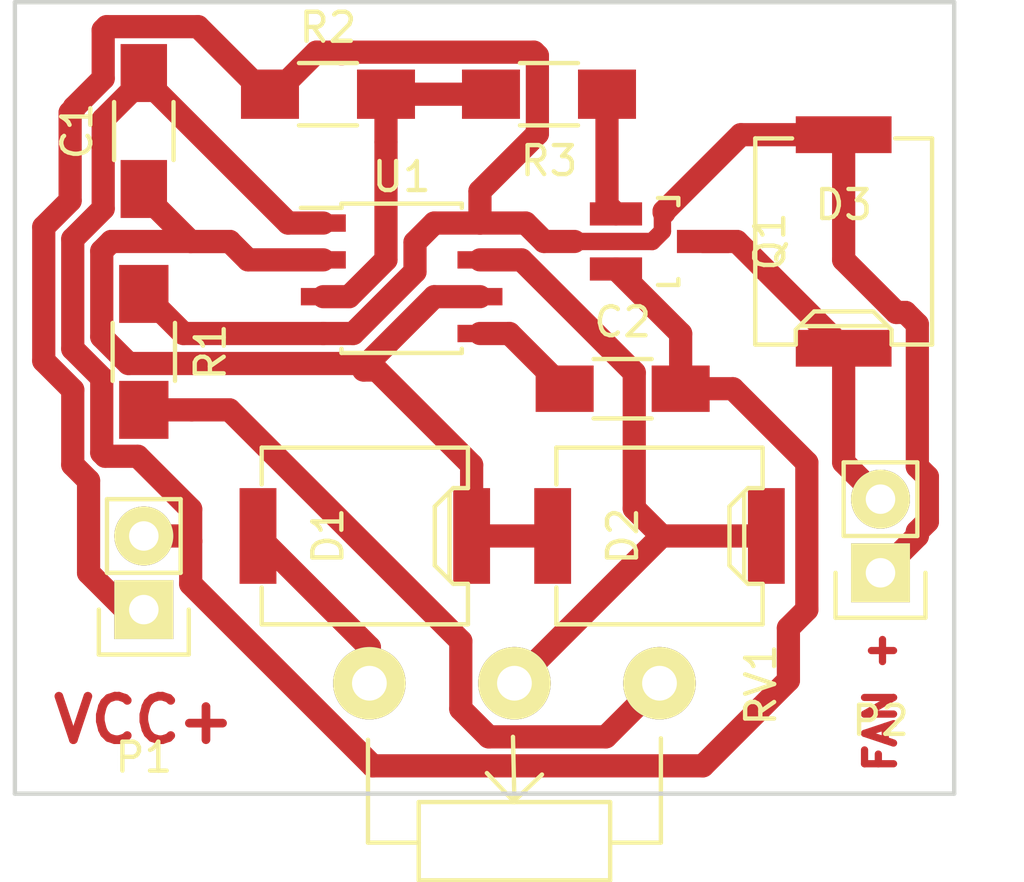
<source format=kicad_pcb>
(kicad_pcb (version 4) (host pcbnew 4.0.4+dfsg2-stable)

  (general
    (links 24)
    (no_connects 0)
    (area 137.206667 97.055 172.673334 127.724581)
    (thickness 1.6)
    (drawings 6)
    (tracks 128)
    (zones 0)
    (modules 13)
    (nets 11)
  )

  (page A4)
  (layers
    (0 F.Cu signal)
    (31 B.Cu signal)
    (32 B.Adhes user)
    (33 F.Adhes user)
    (34 B.Paste user)
    (35 F.Paste user)
    (36 B.SilkS user)
    (37 F.SilkS user)
    (38 B.Mask user)
    (39 F.Mask user)
    (40 Dwgs.User user)
    (41 Cmts.User user)
    (42 Eco1.User user)
    (43 Eco2.User user)
    (44 Edge.Cuts user)
    (45 Margin user)
    (46 B.CrtYd user)
    (47 F.CrtYd user)
    (48 B.Fab user)
    (49 F.Fab user)
  )

  (setup
    (last_trace_width 0.35)
    (trace_clearance 0.2)
    (zone_clearance 0.508)
    (zone_45_only no)
    (trace_min 0.2)
    (segment_width 0.2)
    (edge_width 0.15)
    (via_size 0.6)
    (via_drill 0.4)
    (via_min_size 0.4)
    (via_min_drill 0.3)
    (uvia_size 0.3)
    (uvia_drill 0.1)
    (uvias_allowed no)
    (uvia_min_size 0.2)
    (uvia_min_drill 0.1)
    (pcb_text_width 0.3)
    (pcb_text_size 1.5 1.5)
    (mod_edge_width 0.15)
    (mod_text_size 1 1)
    (mod_text_width 0.15)
    (pad_size 1.524 1.524)
    (pad_drill 0.762)
    (pad_to_mask_clearance 0.2)
    (aux_axis_origin 0 0)
    (visible_elements FFFFFF7F)
    (pcbplotparams
      (layerselection 0x00030_80000001)
      (usegerberextensions false)
      (excludeedgelayer true)
      (linewidth 0.100000)
      (plotframeref false)
      (viasonmask false)
      (mode 1)
      (useauxorigin false)
      (hpglpennumber 1)
      (hpglpenspeed 20)
      (hpglpendiameter 15)
      (hpglpenoverlay 2)
      (psnegative false)
      (psa4output false)
      (plotreference true)
      (plotvalue true)
      (plotinvisibletext false)
      (padsonsilk false)
      (subtractmaskfromsilk false)
      (outputformat 1)
      (mirror false)
      (drillshape 1)
      (scaleselection 1)
      (outputdirectory ""))
  )

  (net 0 "")
  (net 1 "Net-(C1-Pad1)")
  (net 2 GND)
  (net 3 "Net-(C2-Pad1)")
  (net 4 "Net-(D1-Pad1)")
  (net 5 "Net-(D2-Pad2)")
  (net 6 VCC)
  (net 7 "Net-(D3-Pad2)")
  (net 8 "Net-(Q1-Pad1)")
  (net 9 "Net-(R1-Pad2)")
  (net 10 "Net-(R2-Pad2)")

  (net_class Default "Это класс цепей по умолчанию."
    (clearance 0.2)
    (trace_width 0.35)
    (via_dia 0.6)
    (via_drill 0.4)
    (uvia_dia 0.3)
    (uvia_drill 0.1)
    (add_net GND)
    (add_net "Net-(C1-Pad1)")
    (add_net "Net-(C2-Pad1)")
    (add_net "Net-(D1-Pad1)")
    (add_net "Net-(D2-Pad2)")
    (add_net "Net-(D3-Pad2)")
    (add_net "Net-(Q1-Pad1)")
    (add_net "Net-(R1-Pad2)")
    (add_net "Net-(R2-Pad2)")
    (add_net VCC)
  )

  (net_class Thick ""
    (clearance 0.2)
    (trace_width 0.6)
    (via_dia 0.6)
    (via_drill 0.4)
    (uvia_dia 0.3)
    (uvia_drill 0.1)
  )

  (module Capacitors_SMD:C_1206_HandSoldering placed (layer F.Cu) (tedit 541A9C03) (tstamp 58678C43)
    (at 142.24 101.6 90)
    (descr "Capacitor SMD 1206, hand soldering")
    (tags "capacitor 1206")
    (path /5867952E)
    (attr smd)
    (fp_text reference C1 (at 0 -2.3 90) (layer F.SilkS)
      (effects (font (size 1 1) (thickness 0.15)))
    )
    (fp_text value 2.2n (at 0 2.3 90) (layer F.Fab)
      (effects (font (size 1 1) (thickness 0.15)))
    )
    (fp_line (start -3.3 -1.15) (end 3.3 -1.15) (layer F.CrtYd) (width 0.05))
    (fp_line (start -3.3 1.15) (end 3.3 1.15) (layer F.CrtYd) (width 0.05))
    (fp_line (start -3.3 -1.15) (end -3.3 1.15) (layer F.CrtYd) (width 0.05))
    (fp_line (start 3.3 -1.15) (end 3.3 1.15) (layer F.CrtYd) (width 0.05))
    (fp_line (start 1 -1.025) (end -1 -1.025) (layer F.SilkS) (width 0.15))
    (fp_line (start -1 1.025) (end 1 1.025) (layer F.SilkS) (width 0.15))
    (pad 1 smd rect (at -2 0 90) (size 2 1.6) (layers F.Cu F.Paste F.Mask)
      (net 1 "Net-(C1-Pad1)"))
    (pad 2 smd rect (at 2 0 90) (size 2 1.6) (layers F.Cu F.Paste F.Mask)
      (net 2 GND))
    (model Capacitors_SMD.3dshapes/C_1206_HandSoldering.wrl
      (at (xyz 0 0 0))
      (scale (xyz 1 1 1))
      (rotate (xyz 0 0 0))
    )
  )

  (module Capacitors_SMD:C_1206_HandSoldering placed (layer F.Cu) (tedit 541A9C03) (tstamp 58678C49)
    (at 158.75 110.49)
    (descr "Capacitor SMD 1206, hand soldering")
    (tags "capacitor 1206")
    (path /58678C88)
    (attr smd)
    (fp_text reference C2 (at 0 -2.3) (layer F.SilkS)
      (effects (font (size 1 1) (thickness 0.15)))
    )
    (fp_text value 1n (at 0 2.3) (layer F.Fab)
      (effects (font (size 1 1) (thickness 0.15)))
    )
    (fp_line (start -3.3 -1.15) (end 3.3 -1.15) (layer F.CrtYd) (width 0.05))
    (fp_line (start -3.3 1.15) (end 3.3 1.15) (layer F.CrtYd) (width 0.05))
    (fp_line (start -3.3 -1.15) (end -3.3 1.15) (layer F.CrtYd) (width 0.05))
    (fp_line (start 3.3 -1.15) (end 3.3 1.15) (layer F.CrtYd) (width 0.05))
    (fp_line (start 1 -1.025) (end -1 -1.025) (layer F.SilkS) (width 0.15))
    (fp_line (start -1 1.025) (end 1 1.025) (layer F.SilkS) (width 0.15))
    (pad 1 smd rect (at -2 0) (size 2 1.6) (layers F.Cu F.Paste F.Mask)
      (net 3 "Net-(C2-Pad1)"))
    (pad 2 smd rect (at 2 0) (size 2 1.6) (layers F.Cu F.Paste F.Mask)
      (net 2 GND))
    (model Capacitors_SMD.3dshapes/C_1206_HandSoldering.wrl
      (at (xyz 0 0 0))
      (scale (xyz 1 1 1))
      (rotate (xyz 0 0 0))
    )
  )

  (module SMD_Packages:SMD-4032 placed (layer F.Cu) (tedit 0) (tstamp 58678C4F)
    (at 149.86 115.57)
    (path /586793A8)
    (attr smd)
    (fp_text reference D1 (at -1.26492 0 90) (layer F.SilkS)
      (effects (font (size 1 1) (thickness 0.15)))
    )
    (fp_text value D (at 1.27 0 90) (layer F.Fab)
      (effects (font (size 1 1) (thickness 0.15)))
    )
    (fp_line (start 2.921 -1.524) (end 2.921 1.524) (layer F.SilkS) (width 0.15))
    (fp_line (start 3.556 -1.651) (end 3.556 -3.048) (layer F.SilkS) (width 0.15))
    (fp_line (start 3.556 3.048) (end 3.556 1.651) (layer F.SilkS) (width 0.15))
    (fp_line (start -3.556 3.048) (end -3.556 1.778) (layer F.SilkS) (width 0.15))
    (fp_line (start -3.556 -3.048) (end -3.556 -1.778) (layer F.SilkS) (width 0.15))
    (fp_line (start 3.556 1.651) (end 3.048 1.651) (layer F.SilkS) (width 0.15))
    (fp_line (start 3.048 1.651) (end 2.413 1.016) (layer F.SilkS) (width 0.15))
    (fp_line (start 2.413 1.016) (end 2.413 -1.016) (layer F.SilkS) (width 0.15))
    (fp_line (start 3.556 -1.651) (end 3.048 -1.651) (layer F.SilkS) (width 0.15))
    (fp_line (start 3.048 -1.651) (end 2.413 -1.016) (layer F.SilkS) (width 0.15))
    (fp_line (start -3.556 -3.048) (end 3.556 -3.048) (layer F.SilkS) (width 0.15))
    (fp_line (start 3.556 3.048) (end -3.556 3.048) (layer F.SilkS) (width 0.15))
    (pad 1 smd rect (at -3.683 0) (size 1.27 3.302) (layers F.Cu F.Paste F.Mask)
      (net 4 "Net-(D1-Pad1)"))
    (pad 2 smd rect (at 3.683 0) (size 1.27 3.302) (layers F.Cu F.Paste F.Mask)
      (net 1 "Net-(C1-Pad1)"))
    (model SMD_Packages.3dshapes/SMD-4032.wrl
      (at (xyz 0 0 0))
      (scale (xyz 0.3 0.3 0.3))
      (rotate (xyz 0 0 0))
    )
  )

  (module SMD_Packages:SMD-4032 placed (layer F.Cu) (tedit 0) (tstamp 58678C55)
    (at 160.02 115.57)
    (path /586793F9)
    (attr smd)
    (fp_text reference D2 (at -1.26492 0 90) (layer F.SilkS)
      (effects (font (size 1 1) (thickness 0.15)))
    )
    (fp_text value D (at 1.27 0 90) (layer F.Fab)
      (effects (font (size 1 1) (thickness 0.15)))
    )
    (fp_line (start 2.921 -1.524) (end 2.921 1.524) (layer F.SilkS) (width 0.15))
    (fp_line (start 3.556 -1.651) (end 3.556 -3.048) (layer F.SilkS) (width 0.15))
    (fp_line (start 3.556 3.048) (end 3.556 1.651) (layer F.SilkS) (width 0.15))
    (fp_line (start -3.556 3.048) (end -3.556 1.778) (layer F.SilkS) (width 0.15))
    (fp_line (start -3.556 -3.048) (end -3.556 -1.778) (layer F.SilkS) (width 0.15))
    (fp_line (start 3.556 1.651) (end 3.048 1.651) (layer F.SilkS) (width 0.15))
    (fp_line (start 3.048 1.651) (end 2.413 1.016) (layer F.SilkS) (width 0.15))
    (fp_line (start 2.413 1.016) (end 2.413 -1.016) (layer F.SilkS) (width 0.15))
    (fp_line (start 3.556 -1.651) (end 3.048 -1.651) (layer F.SilkS) (width 0.15))
    (fp_line (start 3.048 -1.651) (end 2.413 -1.016) (layer F.SilkS) (width 0.15))
    (fp_line (start -3.556 -3.048) (end 3.556 -3.048) (layer F.SilkS) (width 0.15))
    (fp_line (start 3.556 3.048) (end -3.556 3.048) (layer F.SilkS) (width 0.15))
    (pad 1 smd rect (at -3.683 0) (size 1.27 3.302) (layers F.Cu F.Paste F.Mask)
      (net 1 "Net-(C1-Pad1)"))
    (pad 2 smd rect (at 3.683 0) (size 1.27 3.302) (layers F.Cu F.Paste F.Mask)
      (net 5 "Net-(D2-Pad2)"))
    (model SMD_Packages.3dshapes/SMD-4032.wrl
      (at (xyz 0 0 0))
      (scale (xyz 0.3 0.3 0.3))
      (rotate (xyz 0 0 0))
    )
  )

  (module SMD_Packages:SMD-4032 placed (layer F.Cu) (tedit 0) (tstamp 58678C5B)
    (at 166.37 105.41 270)
    (path /58678936)
    (attr smd)
    (fp_text reference D3 (at -1.26492 0 360) (layer F.SilkS)
      (effects (font (size 1 1) (thickness 0.15)))
    )
    (fp_text value D (at 1.27 0 360) (layer F.Fab)
      (effects (font (size 1 1) (thickness 0.15)))
    )
    (fp_line (start 2.921 -1.524) (end 2.921 1.524) (layer F.SilkS) (width 0.15))
    (fp_line (start 3.556 -1.651) (end 3.556 -3.048) (layer F.SilkS) (width 0.15))
    (fp_line (start 3.556 3.048) (end 3.556 1.651) (layer F.SilkS) (width 0.15))
    (fp_line (start -3.556 3.048) (end -3.556 1.778) (layer F.SilkS) (width 0.15))
    (fp_line (start -3.556 -3.048) (end -3.556 -1.778) (layer F.SilkS) (width 0.15))
    (fp_line (start 3.556 1.651) (end 3.048 1.651) (layer F.SilkS) (width 0.15))
    (fp_line (start 3.048 1.651) (end 2.413 1.016) (layer F.SilkS) (width 0.15))
    (fp_line (start 2.413 1.016) (end 2.413 -1.016) (layer F.SilkS) (width 0.15))
    (fp_line (start 3.556 -1.651) (end 3.048 -1.651) (layer F.SilkS) (width 0.15))
    (fp_line (start 3.048 -1.651) (end 2.413 -1.016) (layer F.SilkS) (width 0.15))
    (fp_line (start -3.556 -3.048) (end 3.556 -3.048) (layer F.SilkS) (width 0.15))
    (fp_line (start 3.556 3.048) (end -3.556 3.048) (layer F.SilkS) (width 0.15))
    (pad 1 smd rect (at -3.683 0 270) (size 1.27 3.302) (layers F.Cu F.Paste F.Mask)
      (net 6 VCC))
    (pad 2 smd rect (at 3.683 0 270) (size 1.27 3.302) (layers F.Cu F.Paste F.Mask)
      (net 7 "Net-(D3-Pad2)"))
    (model SMD_Packages.3dshapes/SMD-4032.wrl
      (at (xyz 0 0 0))
      (scale (xyz 0.3 0.3 0.3))
      (rotate (xyz 0 0 0))
    )
  )

  (module Pin_Headers:Pin_Header_Straight_1x02 placed (layer F.Cu) (tedit 54EA090C) (tstamp 58678C61)
    (at 142.24 118.11 180)
    (descr "Through hole pin header")
    (tags "pin header")
    (path /5867B45B)
    (fp_text reference P1 (at 0 -5.1 180) (layer F.SilkS)
      (effects (font (size 1 1) (thickness 0.15)))
    )
    (fp_text value CONN_01X02 (at 0 -3.1 180) (layer F.Fab)
      (effects (font (size 1 1) (thickness 0.15)))
    )
    (fp_line (start 1.27 1.27) (end 1.27 3.81) (layer F.SilkS) (width 0.15))
    (fp_line (start 1.55 -1.55) (end 1.55 0) (layer F.SilkS) (width 0.15))
    (fp_line (start -1.75 -1.75) (end -1.75 4.3) (layer F.CrtYd) (width 0.05))
    (fp_line (start 1.75 -1.75) (end 1.75 4.3) (layer F.CrtYd) (width 0.05))
    (fp_line (start -1.75 -1.75) (end 1.75 -1.75) (layer F.CrtYd) (width 0.05))
    (fp_line (start -1.75 4.3) (end 1.75 4.3) (layer F.CrtYd) (width 0.05))
    (fp_line (start 1.27 1.27) (end -1.27 1.27) (layer F.SilkS) (width 0.15))
    (fp_line (start -1.55 0) (end -1.55 -1.55) (layer F.SilkS) (width 0.15))
    (fp_line (start -1.55 -1.55) (end 1.55 -1.55) (layer F.SilkS) (width 0.15))
    (fp_line (start -1.27 1.27) (end -1.27 3.81) (layer F.SilkS) (width 0.15))
    (fp_line (start -1.27 3.81) (end 1.27 3.81) (layer F.SilkS) (width 0.15))
    (pad 1 thru_hole rect (at 0 0 180) (size 2.032 2.032) (drill 1.016) (layers *.Cu *.Mask F.SilkS)
      (net 6 VCC))
    (pad 2 thru_hole oval (at 0 2.54 180) (size 2.032 2.032) (drill 1.016) (layers *.Cu *.Mask F.SilkS)
      (net 2 GND))
    (model Pin_Headers.3dshapes/Pin_Header_Straight_1x02.wrl
      (at (xyz 0 -0.05 0))
      (scale (xyz 1 1 1))
      (rotate (xyz 0 0 90))
    )
  )

  (module Pin_Headers:Pin_Header_Straight_1x02 placed (layer F.Cu) (tedit 54EA090C) (tstamp 58678C67)
    (at 167.64 116.84 180)
    (descr "Through hole pin header")
    (tags "pin header")
    (path /586788D7)
    (fp_text reference P2 (at 0 -5.1 180) (layer F.SilkS)
      (effects (font (size 1 1) (thickness 0.15)))
    )
    (fp_text value CONN_01X02 (at 0 -3.1 180) (layer F.Fab)
      (effects (font (size 1 1) (thickness 0.15)))
    )
    (fp_line (start 1.27 1.27) (end 1.27 3.81) (layer F.SilkS) (width 0.15))
    (fp_line (start 1.55 -1.55) (end 1.55 0) (layer F.SilkS) (width 0.15))
    (fp_line (start -1.75 -1.75) (end -1.75 4.3) (layer F.CrtYd) (width 0.05))
    (fp_line (start 1.75 -1.75) (end 1.75 4.3) (layer F.CrtYd) (width 0.05))
    (fp_line (start -1.75 -1.75) (end 1.75 -1.75) (layer F.CrtYd) (width 0.05))
    (fp_line (start -1.75 4.3) (end 1.75 4.3) (layer F.CrtYd) (width 0.05))
    (fp_line (start 1.27 1.27) (end -1.27 1.27) (layer F.SilkS) (width 0.15))
    (fp_line (start -1.55 0) (end -1.55 -1.55) (layer F.SilkS) (width 0.15))
    (fp_line (start -1.55 -1.55) (end 1.55 -1.55) (layer F.SilkS) (width 0.15))
    (fp_line (start -1.27 1.27) (end -1.27 3.81) (layer F.SilkS) (width 0.15))
    (fp_line (start -1.27 3.81) (end 1.27 3.81) (layer F.SilkS) (width 0.15))
    (pad 1 thru_hole rect (at 0 0 180) (size 2.032 2.032) (drill 1.016) (layers *.Cu *.Mask F.SilkS)
      (net 6 VCC))
    (pad 2 thru_hole oval (at 0 2.54 180) (size 2.032 2.032) (drill 1.016) (layers *.Cu *.Mask F.SilkS)
      (net 7 "Net-(D3-Pad2)"))
    (model Pin_Headers.3dshapes/Pin_Header_Straight_1x02.wrl
      (at (xyz 0 -0.05 0))
      (scale (xyz 1 1 1))
      (rotate (xyz 0 0 90))
    )
  )

  (module Resistors_SMD:R_1206_HandSoldering placed (layer F.Cu) (tedit 5418A20D) (tstamp 58678C77)
    (at 142.24 109.22 270)
    (descr "Resistor SMD 1206, hand soldering")
    (tags "resistor 1206")
    (path /58678AB3)
    (attr smd)
    (fp_text reference R1 (at 0 -2.3 270) (layer F.SilkS)
      (effects (font (size 1 1) (thickness 0.15)))
    )
    (fp_text value 680 (at 0 2.3 270) (layer F.Fab)
      (effects (font (size 1 1) (thickness 0.15)))
    )
    (fp_line (start -3.3 -1.2) (end 3.3 -1.2) (layer F.CrtYd) (width 0.05))
    (fp_line (start -3.3 1.2) (end 3.3 1.2) (layer F.CrtYd) (width 0.05))
    (fp_line (start -3.3 -1.2) (end -3.3 1.2) (layer F.CrtYd) (width 0.05))
    (fp_line (start 3.3 -1.2) (end 3.3 1.2) (layer F.CrtYd) (width 0.05))
    (fp_line (start 1 1.075) (end -1 1.075) (layer F.SilkS) (width 0.15))
    (fp_line (start -1 -1.075) (end 1 -1.075) (layer F.SilkS) (width 0.15))
    (pad 1 smd rect (at -2 0 270) (size 2 1.7) (layers F.Cu F.Paste F.Mask)
      (net 6 VCC))
    (pad 2 smd rect (at 2 0 270) (size 2 1.7) (layers F.Cu F.Paste F.Mask)
      (net 9 "Net-(R1-Pad2)"))
    (model Resistors_SMD.3dshapes/R_1206_HandSoldering.wrl
      (at (xyz 0 0 0))
      (scale (xyz 1 1 1))
      (rotate (xyz 0 0 0))
    )
  )

  (module Resistors_SMD:R_1206_HandSoldering placed (layer F.Cu) (tedit 5418A20D) (tstamp 58678C7D)
    (at 148.59 100.33)
    (descr "Resistor SMD 1206, hand soldering")
    (tags "resistor 1206")
    (path /5867899D)
    (attr smd)
    (fp_text reference R2 (at 0 -2.3) (layer F.SilkS)
      (effects (font (size 1 1) (thickness 0.15)))
    )
    (fp_text value 8.2k (at 0 2.3) (layer F.Fab)
      (effects (font (size 1 1) (thickness 0.15)))
    )
    (fp_line (start -3.3 -1.2) (end 3.3 -1.2) (layer F.CrtYd) (width 0.05))
    (fp_line (start -3.3 1.2) (end 3.3 1.2) (layer F.CrtYd) (width 0.05))
    (fp_line (start -3.3 -1.2) (end -3.3 1.2) (layer F.CrtYd) (width 0.05))
    (fp_line (start 3.3 -1.2) (end 3.3 1.2) (layer F.CrtYd) (width 0.05))
    (fp_line (start 1 1.075) (end -1 1.075) (layer F.SilkS) (width 0.15))
    (fp_line (start -1 -1.075) (end 1 -1.075) (layer F.SilkS) (width 0.15))
    (pad 1 smd rect (at -2 0) (size 2 1.7) (layers F.Cu F.Paste F.Mask)
      (net 6 VCC))
    (pad 2 smd rect (at 2 0) (size 2 1.7) (layers F.Cu F.Paste F.Mask)
      (net 10 "Net-(R2-Pad2)"))
    (model Resistors_SMD.3dshapes/R_1206_HandSoldering.wrl
      (at (xyz 0 0 0))
      (scale (xyz 1 1 1))
      (rotate (xyz 0 0 0))
    )
  )

  (module Resistors_SMD:R_1206_HandSoldering placed (layer F.Cu) (tedit 5418A20D) (tstamp 58678C83)
    (at 156.21 100.33 180)
    (descr "Resistor SMD 1206, hand soldering")
    (tags "resistor 1206")
    (path /586789C2)
    (attr smd)
    (fp_text reference R3 (at 0 -2.3 180) (layer F.SilkS)
      (effects (font (size 1 1) (thickness 0.15)))
    )
    (fp_text value 91 (at 0 2.3 180) (layer F.Fab)
      (effects (font (size 1 1) (thickness 0.15)))
    )
    (fp_line (start -3.3 -1.2) (end 3.3 -1.2) (layer F.CrtYd) (width 0.05))
    (fp_line (start -3.3 1.2) (end 3.3 1.2) (layer F.CrtYd) (width 0.05))
    (fp_line (start -3.3 -1.2) (end -3.3 1.2) (layer F.CrtYd) (width 0.05))
    (fp_line (start 3.3 -1.2) (end 3.3 1.2) (layer F.CrtYd) (width 0.05))
    (fp_line (start 1 1.075) (end -1 1.075) (layer F.SilkS) (width 0.15))
    (fp_line (start -1 -1.075) (end 1 -1.075) (layer F.SilkS) (width 0.15))
    (pad 1 smd rect (at -2 0 180) (size 2 1.7) (layers F.Cu F.Paste F.Mask)
      (net 8 "Net-(Q1-Pad1)"))
    (pad 2 smd rect (at 2 0 180) (size 2 1.7) (layers F.Cu F.Paste F.Mask)
      (net 10 "Net-(R2-Pad2)"))
    (model Resistors_SMD.3dshapes/R_1206_HandSoldering.wrl
      (at (xyz 0 0 0))
      (scale (xyz 1 1 1))
      (rotate (xyz 0 0 0))
    )
  )

  (module Potentiometers:Potentiometer_WirePads_largePads placed (layer F.Cu) (tedit 5446FD75) (tstamp 58678C8A)
    (at 160.02 120.65 270)
    (descr "Potentiometer, Wire Pads only, RevA, 30 July 2010,")
    (tags "Potentiometer, Wire Pads only, RevA, 30 July 2010,")
    (path /58678BB4)
    (fp_text reference RV1 (at 0.0508 -3.49758 270) (layer F.SilkS)
      (effects (font (size 1 1) (thickness 0.15)))
    )
    (fp_text value 10k (at -1.34874 13.25118 270) (layer F.Fab)
      (effects (font (size 1 1) (thickness 0.15)))
    )
    (fp_line (start 5.4991 10.05078) (end 1.95072 10.05078) (layer F.SilkS) (width 0.15))
    (fp_line (start 5.4991 8.30072) (end 5.4991 10.05078) (layer F.SilkS) (width 0.15))
    (fp_line (start 5.4991 1.7018) (end 5.4991 -0.04826) (layer F.SilkS) (width 0.15))
    (fp_line (start 5.4991 -0.04826) (end 1.89992 -0.04826) (layer F.SilkS) (width 0.15))
    (fp_line (start 4.09956 5.00126) (end 1.84912 5.05206) (layer F.SilkS) (width 0.15))
    (fp_line (start 4.09956 5.00126) (end 3.0988 5.95122) (layer F.SilkS) (width 0.15))
    (fp_line (start 4.09956 5.05206) (end 3.1496 4.0513) (layer F.SilkS) (width 0.15))
    (fp_line (start 4.09956 1.7018) (end 6.79958 1.7018) (layer F.SilkS) (width 0.15))
    (fp_line (start 6.79958 1.7018) (end 6.79958 8.30072) (layer F.SilkS) (width 0.15))
    (fp_line (start 6.79958 8.30072) (end 4.09956 8.30072) (layer F.SilkS) (width 0.15))
    (fp_line (start 4.09956 8.30072) (end 4.09956 1.7018) (layer F.SilkS) (width 0.15))
    (pad 2 thru_hole circle (at 0 5.00126 270) (size 2.49936 2.49936) (drill 1.19888) (layers *.Cu *.Mask F.SilkS)
      (net 5 "Net-(D2-Pad2)"))
    (pad 3 thru_hole circle (at 0 10.00252 270) (size 2.49936 2.49936) (drill 1.19888) (layers *.Cu *.Mask F.SilkS)
      (net 4 "Net-(D1-Pad1)"))
    (pad 1 thru_hole circle (at 0 0 270) (size 2.49936 2.49936) (drill 1.19888) (layers *.Cu *.Mask F.SilkS)
      (net 9 "Net-(R1-Pad2)"))
  )

  (module Housings_SOIC:SOIC-8_3.9x4.9mm_Pitch1.27mm placed (layer F.Cu) (tedit 54130A77) (tstamp 58678C96)
    (at 151.13 106.68)
    (descr "8-Lead Plastic Small Outline (SN) - Narrow, 3.90 mm Body [SOIC] (see Microchip Packaging Specification 00000049BS.pdf)")
    (tags "SOIC 1.27")
    (path /586786B5)
    (attr smd)
    (fp_text reference U1 (at 0 -3.5) (layer F.SilkS)
      (effects (font (size 1 1) (thickness 0.15)))
    )
    (fp_text value NE555 (at 0 3.5) (layer F.Fab)
      (effects (font (size 1 1) (thickness 0.15)))
    )
    (fp_line (start -3.75 -2.75) (end -3.75 2.75) (layer F.CrtYd) (width 0.05))
    (fp_line (start 3.75 -2.75) (end 3.75 2.75) (layer F.CrtYd) (width 0.05))
    (fp_line (start -3.75 -2.75) (end 3.75 -2.75) (layer F.CrtYd) (width 0.05))
    (fp_line (start -3.75 2.75) (end 3.75 2.75) (layer F.CrtYd) (width 0.05))
    (fp_line (start -2.075 -2.575) (end -2.075 -2.43) (layer F.SilkS) (width 0.15))
    (fp_line (start 2.075 -2.575) (end 2.075 -2.43) (layer F.SilkS) (width 0.15))
    (fp_line (start 2.075 2.575) (end 2.075 2.43) (layer F.SilkS) (width 0.15))
    (fp_line (start -2.075 2.575) (end -2.075 2.43) (layer F.SilkS) (width 0.15))
    (fp_line (start -2.075 -2.575) (end 2.075 -2.575) (layer F.SilkS) (width 0.15))
    (fp_line (start -2.075 2.575) (end 2.075 2.575) (layer F.SilkS) (width 0.15))
    (fp_line (start -2.075 -2.43) (end -3.475 -2.43) (layer F.SilkS) (width 0.15))
    (pad 1 smd rect (at -2.7 -1.905) (size 1.55 0.6) (layers F.Cu F.Paste F.Mask)
      (net 2 GND))
    (pad 2 smd rect (at -2.7 -0.635) (size 1.55 0.6) (layers F.Cu F.Paste F.Mask)
      (net 1 "Net-(C1-Pad1)"))
    (pad 3 smd rect (at -2.7 0.635) (size 1.55 0.6) (layers F.Cu F.Paste F.Mask)
      (net 10 "Net-(R2-Pad2)"))
    (pad 4 smd rect (at -2.7 1.905) (size 1.55 0.6) (layers F.Cu F.Paste F.Mask)
      (net 6 VCC))
    (pad 5 smd rect (at 2.7 1.905) (size 1.55 0.6) (layers F.Cu F.Paste F.Mask)
      (net 3 "Net-(C2-Pad1)"))
    (pad 6 smd rect (at 2.7 0.635) (size 1.55 0.6) (layers F.Cu F.Paste F.Mask)
      (net 1 "Net-(C1-Pad1)"))
    (pad 7 smd rect (at 2.7 -0.635) (size 1.55 0.6) (layers F.Cu F.Paste F.Mask)
      (net 5 "Net-(D2-Pad2)"))
    (pad 8 smd rect (at 2.7 -1.905) (size 1.55 0.6) (layers F.Cu F.Paste F.Mask)
      (net 6 VCC))
    (model Housings_SOIC.3dshapes/SOIC-8_3.9x4.9mm_Pitch1.27mm.wrl
      (at (xyz 0 0 0))
      (scale (xyz 1 1 1))
      (rotate (xyz 0 0 0))
    )
  )

  (module TO_SOT_Packages_SMD:SOT-23_Handsoldering (layer F.Cu) (tedit 54E9291B) (tstamp 58678DEE)
    (at 160.02 105.41 270)
    (descr "SOT-23, Handsoldering")
    (tags SOT-23)
    (path /58678718)
    (attr smd)
    (fp_text reference Q1 (at 0 -3.81 270) (layer F.SilkS)
      (effects (font (size 1 1) (thickness 0.15)))
    )
    (fp_text value 2N7002 (at 0 3.81 270) (layer F.Fab)
      (effects (font (size 1 1) (thickness 0.15)))
    )
    (fp_line (start -1.49982 0.0508) (end -1.49982 -0.65024) (layer F.SilkS) (width 0.15))
    (fp_line (start -1.49982 -0.65024) (end -1.2509 -0.65024) (layer F.SilkS) (width 0.15))
    (fp_line (start 1.29916 -0.65024) (end 1.49982 -0.65024) (layer F.SilkS) (width 0.15))
    (fp_line (start 1.49982 -0.65024) (end 1.49982 0.0508) (layer F.SilkS) (width 0.15))
    (pad 1 smd rect (at -0.95 1.50114 270) (size 0.8001 1.80086) (layers F.Cu F.Paste F.Mask)
      (net 8 "Net-(Q1-Pad1)"))
    (pad 2 smd rect (at 0.95 1.50114 270) (size 0.8001 1.80086) (layers F.Cu F.Paste F.Mask)
      (net 2 GND))
    (pad 3 smd rect (at 0 -1.50114 270) (size 0.8001 1.80086) (layers F.Cu F.Paste F.Mask)
      (net 7 "Net-(D3-Pad2)"))
    (model TO_SOT_Packages_SMD.3dshapes/SOT-23_Handsoldering.wrl
      (at (xyz 0 0 0))
      (scale (xyz 1 1 1))
      (rotate (xyz 0 0 0))
    )
  )

  (gr_text VCC+ (at 142.24 121.92) (layer F.Cu)
    (effects (font (size 1.5 1.5) (thickness 0.3)))
  )
  (gr_text "FAN +" (at 167.64 121.285 90) (layer F.Cu)
    (effects (font (size 1 1) (thickness 0.25)))
  )
  (gr_line (start 137.795 97.155) (end 137.795 124.46) (layer Edge.Cuts) (width 0.15))
  (gr_line (start 170.18 124.46) (end 137.795 124.46) (layer Edge.Cuts) (width 0.15))
  (gr_line (start 170.18 97.155) (end 170.18 124.46) (layer Edge.Cuts) (width 0.15))
  (gr_line (start 137.795 97.155) (end 170.18 97.155) (layer Edge.Cuts) (width 0.15))

  (segment (start 141.119998 105.41) (end 145.2 105.41) (width 0.8) (layer F.Cu) (net 1))
  (segment (start 149.818999 109.751001) (end 149.687997 109.619999) (width 0.8) (layer F.Cu) (net 1))
  (segment (start 149.687997 109.619999) (end 141.709997 109.619999) (width 0.8) (layer F.Cu) (net 1))
  (segment (start 141.709997 109.619999) (end 140.789999 108.700001) (width 0.8) (layer F.Cu) (net 1))
  (segment (start 140.789999 108.700001) (end 140.789999 105.739999) (width 0.8) (layer F.Cu) (net 1))
  (segment (start 140.789999 105.739999) (end 141.119998 105.41) (width 0.8) (layer F.Cu) (net 1))
  (segment (start 145.2 105.41) (end 143.85 105.41) (width 0.8) (layer F.Cu) (net 1))
  (segment (start 143.85 105.41) (end 142.24 103.8) (width 0.8) (layer F.Cu) (net 1))
  (segment (start 142.24 103.8) (end 142.24 103.6) (width 0.8) (layer F.Cu) (net 1))
  (segment (start 145.2 105.41) (end 145.835 106.045) (width 0.8) (layer F.Cu) (net 1))
  (segment (start 145.835 106.045) (end 148.43 106.045) (width 0.8) (layer F.Cu) (net 1))
  (segment (start 149.818999 109.844999) (end 149.818999 109.751001) (width 0.8) (layer F.Cu) (net 1))
  (segment (start 149.818999 109.751001) (end 152.255 107.315) (width 0.8) (layer F.Cu) (net 1))
  (segment (start 152.255 107.315) (end 153.83 107.315) (width 0.8) (layer F.Cu) (net 1))
  (segment (start 153.543 115.57) (end 153.543 113.119) (width 0.8) (layer F.Cu) (net 1))
  (segment (start 153.543 113.119) (end 150.268999 109.844999) (width 0.8) (layer F.Cu) (net 1))
  (segment (start 150.268999 109.844999) (end 149.818999 109.844999) (width 0.8) (layer F.Cu) (net 1))
  (segment (start 153.543 115.57) (end 156.337 115.57) (width 0.8) (layer F.Cu) (net 1))
  (segment (start 153.83 107.315) (end 152.705 107.315) (width 0.35) (layer F.Cu) (net 1))
  (segment (start 143.856001 115.749161) (end 143.856001 114.646001) (width 0.8) (layer F.Cu) (net 2))
  (segment (start 143.856001 114.646001) (end 142.030001 112.820001) (width 0.8) (layer F.Cu) (net 2))
  (segment (start 142.030001 112.820001) (end 140.909999 112.820001) (width 0.8) (layer F.Cu) (net 2))
  (segment (start 140.909999 112.820001) (end 140.789999 112.700001) (width 0.8) (layer F.Cu) (net 2))
  (segment (start 140.789999 112.700001) (end 140.789999 110.114228) (width 0.8) (layer F.Cu) (net 2))
  (segment (start 140.789999 110.114228) (end 139.789989 109.114218) (width 0.8) (layer F.Cu) (net 2))
  (segment (start 139.789989 109.114218) (end 139.789989 105.32578) (width 0.8) (layer F.Cu) (net 2))
  (segment (start 139.789989 105.32578) (end 140.839999 104.27577) (width 0.8) (layer F.Cu) (net 2))
  (segment (start 140.839999 104.27577) (end 140.839999 101.200001) (width 0.8) (layer F.Cu) (net 2))
  (segment (start 140.839999 101.200001) (end 142.24 99.8) (width 0.8) (layer F.Cu) (net 2))
  (segment (start 142.24 99.8) (end 142.24 99.6) (width 0.8) (layer F.Cu) (net 2))
  (segment (start 148.43 104.775) (end 147.215 104.775) (width 0.8) (layer F.Cu) (net 2))
  (segment (start 147.215 104.775) (end 142.24 99.8) (width 0.8) (layer F.Cu) (net 2))
  (segment (start 160.75 110.49) (end 162.55 110.49) (width 0.8) (layer F.Cu) (net 2))
  (segment (start 162.55 110.49) (end 165.1 113.04) (width 0.8) (layer F.Cu) (net 2))
  (segment (start 165.1 113.04) (end 165.1 118.11) (width 0.8) (layer F.Cu) (net 2))
  (segment (start 165.1 118.11) (end 164.465 118.745) (width 0.8) (layer F.Cu) (net 2))
  (segment (start 164.465 120.550061) (end 161.515369 123.499692) (width 0.8) (layer F.Cu) (net 2))
  (segment (start 164.465 118.745) (end 164.465 120.550061) (width 0.8) (layer F.Cu) (net 2))
  (segment (start 161.515369 123.499692) (end 150.129643 123.499692) (width 0.8) (layer F.Cu) (net 2))
  (segment (start 150.129643 123.499692) (end 143.856001 117.22605) (width 0.8) (layer F.Cu) (net 2))
  (segment (start 143.856001 117.22605) (end 143.856001 115.749161) (width 0.8) (layer F.Cu) (net 2))
  (segment (start 143.856001 115.749161) (end 143.67684 115.57) (width 0.8) (layer F.Cu) (net 2))
  (segment (start 143.67684 115.57) (end 142.24 115.57) (width 0.8) (layer F.Cu) (net 2))
  (segment (start 160.75 110.49) (end 160.75 108.59114) (width 0.8) (layer F.Cu) (net 2))
  (segment (start 160.75 108.59114) (end 158.51886 106.36) (width 0.8) (layer F.Cu) (net 2))
  (segment (start 153.83 108.585) (end 154.845 108.585) (width 0.8) (layer F.Cu) (net 3))
  (segment (start 154.845 108.585) (end 156.75 110.49) (width 0.8) (layer F.Cu) (net 3))
  (segment (start 150.01748 119.41048) (end 146.177 115.57) (width 0.8) (layer F.Cu) (net 4))
  (segment (start 150.01748 120.65) (end 150.01748 119.41048) (width 0.8) (layer F.Cu) (net 4))
  (segment (start 155.260771 106.045) (end 153.83 106.045) (width 0.8) (layer F.Cu) (net 5))
  (segment (start 159.149999 109.934228) (end 155.260771 106.045) (width 0.8) (layer F.Cu) (net 5))
  (segment (start 159.149999 114.621259) (end 159.149999 109.934228) (width 0.8) (layer F.Cu) (net 5))
  (segment (start 160.09874 115.57) (end 159.149999 114.621259) (width 0.8) (layer F.Cu) (net 5))
  (segment (start 163.703 115.57) (end 160.09874 115.57) (width 0.8) (layer F.Cu) (net 5))
  (segment (start 160.09874 115.57) (end 155.01874 120.65) (width 0.8) (layer F.Cu) (net 5))
  (segment (start 163.703 116.586) (end 163.703 115.57) (width 0.35) (layer F.Cu) (net 5))
  (segment (start 157.088378 105.41) (end 159.769342 105.41) (width 0.6) (layer F.Cu) (net 6))
  (segment (start 159.769342 105.41) (end 160.120709 105.058633) (width 0.6) (layer F.Cu) (net 6))
  (segment (start 160.120709 104.468582) (end 160.179342 104.409949) (width 0.6) (layer F.Cu) (net 6))
  (segment (start 160.120709 105.058633) (end 160.120709 104.468582) (width 0.6) (layer F.Cu) (net 6))
  (segment (start 156.04 105.41) (end 157.088378 105.41) (width 0.8) (layer F.Cu) (net 6))
  (segment (start 153.83 104.775) (end 155.405 104.775) (width 0.8) (layer F.Cu) (net 6))
  (segment (start 155.405 104.775) (end 156.04 105.41) (width 0.8) (layer F.Cu) (net 6))
  (segment (start 166.37 101.727) (end 162.823658 101.727) (width 0.8) (layer F.Cu) (net 6))
  (segment (start 162.823658 101.727) (end 160.179342 104.371316) (width 0.8) (layer F.Cu) (net 6))
  (segment (start 160.179342 104.371316) (end 160.179342 104.409949) (width 0.8) (layer F.Cu) (net 6))
  (segment (start 166.37 101.727) (end 166.37 106.045) (width 0.8) (layer F.Cu) (net 6))
  (segment (start 166.37 106.045) (end 168.182999 107.857999) (width 0.8) (layer F.Cu) (net 6))
  (segment (start 168.182999 107.857999) (end 168.501001 107.857999) (width 0.8) (layer F.Cu) (net 6))
  (segment (start 168.91 108.266998) (end 168.91 113.178318) (width 0.8) (layer F.Cu) (net 6))
  (segment (start 168.501001 107.857999) (end 168.91 108.266998) (width 0.8) (layer F.Cu) (net 6))
  (segment (start 168.91 113.178318) (end 169.256001 113.524319) (width 0.8) (layer F.Cu) (net 6))
  (segment (start 169.256001 113.524319) (end 169.256001 115.075681) (width 0.8) (layer F.Cu) (net 6))
  (segment (start 169.256001 115.075681) (end 168.91 115.421682) (width 0.8) (layer F.Cu) (net 6))
  (segment (start 168.91 115.421682) (end 168.91 115.57) (width 0.8) (layer F.Cu) (net 6))
  (segment (start 168.91 115.57) (end 167.64 116.84) (width 0.8) (layer F.Cu) (net 6))
  (segment (start 146.59 100.33) (end 146.44 100.33) (width 0.8) (layer F.Cu) (net 6))
  (segment (start 146.44 100.33) (end 144.109999 97.999999) (width 0.8) (layer F.Cu) (net 6))
  (segment (start 144.109999 97.999999) (end 140.959999 97.999999) (width 0.8) (layer F.Cu) (net 6))
  (segment (start 141.605 118.11) (end 142.24 118.11) (width 0.8) (layer F.Cu) (net 6))
  (segment (start 140.839999 99.785775) (end 139.839991 100.785783) (width 0.8) (layer F.Cu) (net 6))
  (segment (start 140.839999 98.119999) (end 140.839999 99.785775) (width 0.8) (layer F.Cu) (net 6))
  (segment (start 140.959999 97.999999) (end 140.839999 98.119999) (width 0.8) (layer F.Cu) (net 6))
  (segment (start 139.789988 113.114219) (end 140.335 113.659231) (width 0.8) (layer F.Cu) (net 6))
  (segment (start 139.789988 110.528445) (end 139.789988 113.114219) (width 0.8) (layer F.Cu) (net 6))
  (segment (start 139.839991 100.785783) (end 139.839991 100.825009) (width 0.8) (layer F.Cu) (net 6))
  (segment (start 140.335 116.84) (end 141.605 118.11) (width 0.8) (layer F.Cu) (net 6))
  (segment (start 139.7 104.001542) (end 138.789978 104.911564) (width 0.8) (layer F.Cu) (net 6))
  (segment (start 139.7 100.965) (end 139.7 104.001542) (width 0.8) (layer F.Cu) (net 6))
  (segment (start 139.839991 100.825009) (end 139.7 100.965) (width 0.8) (layer F.Cu) (net 6))
  (segment (start 138.789978 104.911564) (end 138.789978 109.528436) (width 0.8) (layer F.Cu) (net 6))
  (segment (start 138.789978 109.528436) (end 139.789988 110.528445) (width 0.8) (layer F.Cu) (net 6))
  (segment (start 140.335 113.659231) (end 140.335 116.84) (width 0.8) (layer F.Cu) (net 6))
  (segment (start 146.59 100.33) (end 146.74 100.33) (width 0.8) (layer F.Cu) (net 6))
  (segment (start 148.190001 98.879999) (end 149 98.879999) (width 0.8) (layer F.Cu) (net 6))
  (segment (start 149 98.879999) (end 149.054999 98.934998) (width 0.8) (layer F.Cu) (net 6))
  (segment (start 146.74 100.33) (end 148.190001 98.879999) (width 0.8) (layer F.Cu) (net 6))
  (segment (start 155.810001 101.694999) (end 153.83 103.675) (width 0.8) (layer F.Cu) (net 6))
  (segment (start 149.054999 98.934998) (end 149.109998 98.879999) (width 0.8) (layer F.Cu) (net 6))
  (segment (start 155.810001 98.999999) (end 155.810001 101.694999) (width 0.8) (layer F.Cu) (net 6))
  (segment (start 149.109998 98.879999) (end 155.690001 98.879999) (width 0.8) (layer F.Cu) (net 6))
  (segment (start 155.690001 98.879999) (end 155.810001 98.999999) (width 0.8) (layer F.Cu) (net 6))
  (segment (start 153.83 103.675) (end 153.83 104.775) (width 0.8) (layer F.Cu) (net 6))
  (segment (start 149.459231 108.585) (end 148.43 108.585) (width 0.8) (layer F.Cu) (net 6))
  (segment (start 151.590011 106.45422) (end 149.459231 108.585) (width 0.8) (layer F.Cu) (net 6))
  (segment (start 151.590011 105.439989) (end 151.590011 106.45422) (width 0.8) (layer F.Cu) (net 6))
  (segment (start 152.255 104.775) (end 151.590011 105.439989) (width 0.8) (layer F.Cu) (net 6))
  (segment (start 153.83 104.775) (end 152.255 104.775) (width 0.8) (layer F.Cu) (net 6))
  (segment (start 142.24 107.22) (end 143.605 108.585) (width 0.8) (layer F.Cu) (net 6))
  (segment (start 143.605 108.585) (end 148.43 108.585) (width 0.8) (layer F.Cu) (net 6))
  (segment (start 166.37 109.093) (end 166.37 113.03) (width 0.8) (layer F.Cu) (net 7))
  (segment (start 166.37 113.03) (end 167.64 114.3) (width 0.8) (layer F.Cu) (net 7))
  (segment (start 161.52114 105.41) (end 162.687 105.41) (width 0.8) (layer F.Cu) (net 7))
  (segment (start 162.687 105.41) (end 166.37 109.093) (width 0.8) (layer F.Cu) (net 7))
  (segment (start 158.21 100.33) (end 158.21 104.15114) (width 0.8) (layer F.Cu) (net 8))
  (segment (start 158.21 104.15114) (end 158.51886 104.46) (width 0.8) (layer F.Cu) (net 8))
  (segment (start 143.89 111.22) (end 142.24 111.22) (width 0.8) (layer F.Cu) (net 9))
  (segment (start 145.193002 111.22) (end 143.89 111.22) (width 0.8) (layer F.Cu) (net 9))
  (segment (start 153.169059 119.196057) (end 145.193002 111.22) (width 0.8) (layer F.Cu) (net 9))
  (segment (start 153.169059 121.537848) (end 153.169059 119.196057) (width 0.8) (layer F.Cu) (net 9))
  (segment (start 154.130892 122.499681) (end 153.169059 121.537848) (width 0.8) (layer F.Cu) (net 9))
  (segment (start 158.170319 122.499681) (end 154.130892 122.499681) (width 0.8) (layer F.Cu) (net 9))
  (segment (start 160.02 120.65) (end 158.170319 122.499681) (width 0.8) (layer F.Cu) (net 9))
  (segment (start 150.59 100.33) (end 154.21 100.33) (width 0.8) (layer F.Cu) (net 10))
  (segment (start 150.59 106.040002) (end 150.59 101.98) (width 0.8) (layer F.Cu) (net 10))
  (segment (start 148.43 107.315) (end 149.315002 107.315) (width 0.8) (layer F.Cu) (net 10))
  (segment (start 149.315002 107.315) (end 150.59 106.040002) (width 0.8) (layer F.Cu) (net 10))
  (segment (start 150.59 101.98) (end 150.59 100.33) (width 0.8) (layer F.Cu) (net 10))

)

</source>
